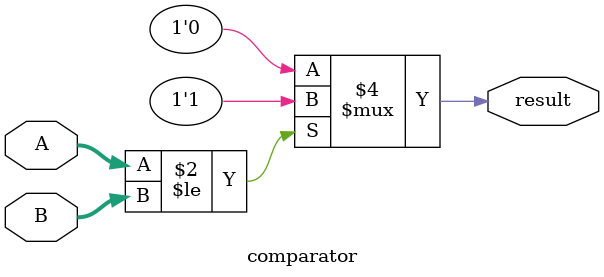
<source format=v>
module comparator (
    input [15:0] A,
    input [15:0] B,
    output reg result
);

    always @(*) begin
        if (A <= B) begin
            result = 1'b1;
        end else begin
            result = 1'b0;
        end
    end

endmodule
</source>
